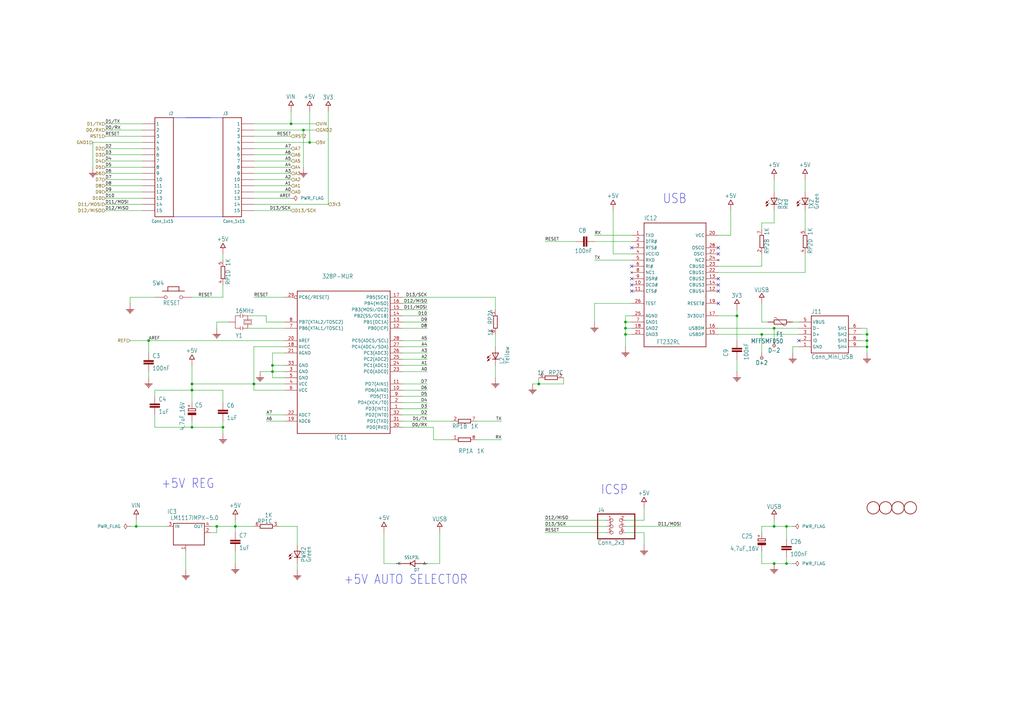
<source format=kicad_sch>
(kicad_sch (version 20231120) (generator "eeschema") (generator_version "8.0")
  (paper "A3")
  (title_block (title "NanoV3.3") (date "2019/1/23 22:50") (company "Arturo Guadalupi"))
  (lib_symbols
    (symbol "Fiducial_1"
      (symbol "Fiducial_1_1_1"
        (pin no_connect line (at 0 0 180) (length 0) hide (name "") (number "1"))
      )
    )
    (symbol "Fiducial_2"
      (symbol "Fiducial_2_1_1"
        (pin no_connect line (at 0 0 180) (length 0) hide (name "") (number "1"))
      )
    )
    (symbol "Fiducial_3"
      (symbol "Fiducial_3_1_1"
        (pin no_connect line (at 0 0 180) (length 0) hide (name "") (number "1"))
      )
    )
    (symbol "NanoV3.3:+5V" (power)
      (property "Value" "+5V" (at -2.54 2.54 0))
      (symbol "+5V_1_0"
        (pin power_in line (at 0 -2.54 90) (length 2.54) (name "+5V") (number "1"))
      )
    )
    (symbol "NanoV3.3:3V3" (power)
      (property "Value" "3V3" (at -2.286 2.286 0))
      (symbol "3V3_1_0"
        (pin power_in line (at 0 -2.54 90) (length 2.54) (name "3V3") (number "1"))
      )
    )
    (symbol "NanoV3.3:ATmega328P-VQFN"
      (property "Reference" "IC" (at -17.78 -40.64 0))
      (property "Value" "ATmega328P-VQFN" (at -5.08 30.48 0))
      (symbol "ATmega328P-VQFN_1_0"
        (pin bidirectional line (at 25.4 -20.32 180) (length 5.08) (name "PD3(INT1)") (number "1"))
        (pin bidirectional line (at 25.4 -12.7 180) (length 5.08) (name "PD6(AIN0)") (number "10"))
        (pin bidirectional line (at 25.4 -10.16 180) (length 5.08) (name "PD7(AIN1)") (number "11"))
        (pin bidirectional line (at 25.4 12.7 180) (length 5.08) (name "PB0(ICP)") (number "12"))
        (pin bidirectional line (at 25.4 15.24 180) (length 5.08) (name "PB1(OC1A)") (number "13"))
        (pin bidirectional line (at 25.4 17.78 180) (length 5.08) (name "PB2(SS/OC1B)") (number "14"))
        (pin bidirectional line (at 25.4 20.32 180) (length 5.08) (name "PB3(MOSI/OC2)") (number "15"))
        (pin bidirectional line (at 25.4 22.86 180) (length 5.08) (name "PB4(MISO)") (number "16"))
        (pin bidirectional line (at 25.4 25.4 180) (length 5.08) (name "PB5(SCK)") (number "17"))
        (pin power_in line (at -22.86 5.08 0) (length 5.08) (name "AVCC") (number "18"))
        (pin bidirectional line (at -22.86 -25.4 0) (length 5.08) (name "ADC6") (number "19"))
        (pin bidirectional line (at 25.4 -17.78 180) (length 5.08) (name "PD4(XCK/T0)") (number "2"))
        (pin power_in line (at -22.86 7.62 0) (length 5.08) (name "AREF") (number "20"))
        (pin power_in line (at -22.86 2.54 0) (length 5.08) (name "AGND") (number "21"))
        (pin bidirectional line (at -22.86 -22.86 0) (length 5.08) (name "ADC7") (number "22"))
        (pin bidirectional line (at 25.4 -5.08 180) (length 5.08) (name "PC0(ADC0)") (number "23"))
        (pin bidirectional line (at 25.4 -2.54 180) (length 5.08) (name "PC1(ADC1)") (number "24"))
        (pin bidirectional line (at 25.4 0 180) (length 5.08) (name "PC2(ADC2)") (number "25"))
        (pin bidirectional line (at 25.4 2.54 180) (length 5.08) (name "PC3(ADC3)") (number "26"))
        (pin bidirectional line (at 25.4 5.08 180) (length 5.08) (name "PC4(ADC4/SDA)") (number "27"))
        (pin bidirectional line (at 25.4 7.62 180) (length 5.08) (name "PC5(ADC5/SCL)") (number "28"))
        (pin bidirectional inverted (at -22.86 25.4 0) (length 5.08) (name "PC6(/RESET)") (number "29"))
        (pin power_in line (at -22.86 -5.08 0) (length 5.08) (name "GND") (number "3"))
        (pin bidirectional line (at 25.4 -27.94 180) (length 5.08) (name "PD0(RXD)") (number "30"))
        (pin bidirectional line (at 25.4 -25.4 180) (length 5.08) (name "PD1(TXD)") (number "31"))
        (pin bidirectional line (at 25.4 -22.86 180) (length 5.08) (name "PD2(INT0)") (number "32"))
        (pin power_in line (at -22.86 -2.54 0) (length 5.08) (name "GND") (number "33"))
        (pin power_in line (at -22.86 -10.16 0) (length 5.08) (name "VCC") (number "4"))
        (pin power_in line (at -22.86 -7.62 0) (length 5.08) (name "GND") (number "5"))
        (pin power_in line (at -22.86 -12.7 0) (length 5.08) (name "VCC") (number "6"))
        (pin bidirectional line (at -22.86 12.7 0) (length 5.08) (name "PB6(XTAL1/TOSC1)") (number "7"))
        (pin bidirectional line (at -22.86 15.24 0) (length 5.08) (name "PB7(XTAL2/TOSC2)") (number "8"))
        (pin bidirectional line (at 25.4 -15.24 180) (length 5.08) (name "PD5(T1)") (number "9"))
      )
    )
    (symbol "NanoV3.3:Button"
      (property "Reference" "SW" (at -8.636 4.826 0))
      (property "Value" "Button" (at -4.318 -3.302 0))
      (symbol "Button_1_0"
        (pin passive inverted (at -7.62 0 0) (length 5.08) (name "1") (number "1"))
        (pin passive inverted (at 7.62 0 180) (length 5.08) (name "2") (number "2"))
      )
    )
    (symbol "NanoV3.3:C"
      (property "Reference" "C" (at 1.524 0.381 0))
      (property "Value" "C" (at 1.524 -4.699 0))
      (symbol "C_1_0"
        (pin passive line (at 0 2.54 270) (length 2.54) (name "1") (number "1"))
        (pin passive line (at 0 -5.08 90) (length 2.54) (name "2") (number "2"))
      )
    )
    (symbol "NanoV3.3:COM" (power)
      (symbol "COM_1_0"
        (pin power_in line (at 0 2.54 270) (length 2.54) (name "COM") (number "1"))
      )
    )
    (symbol "NanoV3.3:C_Polarized"
      (property "Reference" "C" (at 1.143 0.4826 0))
      (property "Value" "C_Polarized" (at 1.143 -4.5974 0))
      (symbol "C_Polarized_1_0"
        (text "+" (at -0.5842 0.4064 900) (effects (font (size 1.27 1.0795)) (justify left bottom)))
        (pin passive line (at 0 2.54 270) (length 2.54) (name "+") (number "1"))
        (pin passive line (at 0 -5.08 90) (length 2.54) (name "-") (number "2"))
      )
    )
    (symbol "NanoV3.3:Conn_1x15"
      (property "Reference" "J" (at -2.54 21.336 0))
      (property "Value" "Conn_1x15" (at -2.54 -22.86 0))
      (symbol "Conn_1x15_1_0"
        (pin passive line (at 10.16 17.78 180) (length 5.08) (name "1") (number "1"))
        (pin passive line (at 10.16 -5.08 180) (length 5.08) (name "10") (number "10"))
        (pin passive line (at 10.16 -7.62 180) (length 5.08) (name "11") (number "11"))
        (pin passive line (at 10.16 -10.16 180) (length 5.08) (name "12") (number "12"))
        (pin passive line (at 10.16 -12.7 180) (length 5.08) (name "13") (number "13"))
        (pin passive line (at 10.16 -15.24 180) (length 5.08) (name "14") (number "14"))
        (pin passive line (at 10.16 -17.78 180) (length 5.08) (name "15") (number "15"))
        (pin passive line (at 10.16 15.24 180) (length 5.08) (name "2") (number "2"))
        (pin passive line (at 10.16 12.7 180) (length 5.08) (name "3") (number "3"))
        (pin passive line (at 10.16 10.16 180) (length 5.08) (name "4") (number "4"))
        (pin passive line (at 10.16 7.62 180) (length 5.08) (name "5") (number "5"))
        (pin passive line (at 10.16 5.08 180) (length 5.08) (name "6") (number "6"))
        (pin passive line (at 10.16 2.54 180) (length 5.08) (name "7") (number "7"))
        (pin passive line (at 10.16 0 180) (length 5.08) (name "8") (number "8"))
        (pin passive line (at 10.16 -2.54 180) (length 5.08) (name "9") (number "9"))
      )
    )
    (symbol "NanoV3.3:Conn_2x3"
      (property "Reference" "J" (at -6.35 5.715 0))
      (property "Value" "Conn_2x3" (at -6.35 -7.62 0))
      (symbol "Conn_2x3_1_0"
        (pin passive inverted (at -2.54 2.54 0) (length 2.54) (name "1") (number "1"))
        (pin passive inverted (at 5.08 2.54 180) (length 2.54) (name "2") (number "2"))
        (pin passive inverted (at -2.54 0 0) (length 2.54) (name "3") (number "3"))
        (pin passive inverted (at 5.08 0 180) (length 2.54) (name "4") (number "4"))
        (pin passive inverted (at -2.54 -2.54 0) (length 2.54) (name "5") (number "5"))
        (pin passive inverted (at 5.08 -2.54 180) (length 2.54) (name "6") (number "6"))
      )
    )
    (symbol "NanoV3.3:Conn_Mini_USB"
      (property "Reference" "J" (at -7.62 8.382 0))
      (property "Value" "Conn_Mini_USB" (at -7.62 -10.16 0))
      (symbol "Conn_Mini_USB_1_0"
        (pin passive line (at -12.7 -5.08 0) (length 5.08) (name "GND") (number "1"))
        (pin bidirectional line (at -12.7 -2.54 0) (length 5.08) (name "ID") (number "2"))
        (pin bidirectional line (at -12.7 0 0) (length 5.08) (name "D+") (number "3"))
        (pin bidirectional line (at -12.7 2.54 0) (length 5.08) (name "D-") (number "4"))
        (pin passive line (at -12.7 5.08 0) (length 5.08) (name "VBUS") (number "5"))
        (pin passive line (at 12.7 2.54 180) (length 5.08) (name "SH1") (number "6"))
        (pin passive line (at 12.7 0 180) (length 5.08) (name "SH2") (number "7"))
        (pin passive line (at 12.7 -2.54 180) (length 5.08) (name "SH3") (number "8"))
        (pin passive line (at 12.7 -5.08 180) (length 5.08) (name "SH4") (number "9"))
      )
    )
    (symbol "NanoV3.3:D"
      (property "Reference" "D" (at -1.905 1.905 0))
      (property "Value" "D" (at -1.905 -3.175 0))
      (symbol "D_1_0"
        (pin passive line (at 7.62 0 180) (length 0) (name "K") (number "1"))
        (pin passive line (at -5.08 0 0) (length 0) (name "A") (number "2"))
      )
    )
    (symbol "NanoV3.3:FT232R"
      (property "Reference" "IC" (at -12.7 26.416 0))
      (property "Value" "FT232R" (at -7.62 -24.384 0))
      (symbol "FT232R_1_0"
        (pin output line (at -17.78 20.32 0) (length 5.08) (name "TXD") (number "1"))
        (pin bidirectional line (at -17.78 0 0) (length 5.08) (name "DCD#") (number "10"))
        (pin bidirectional line (at -17.78 -2.54 0) (length 5.08) (name "CTS#") (number "11"))
        (pin bidirectional line (at 17.78 -2.54 180) (length 5.08) (name "CBUS4") (number "12"))
        (pin bidirectional line (at 17.78 2.54 180) (length 5.08) (name "CBUS2") (number "13"))
        (pin bidirectional line (at 17.78 0 180) (length 5.08) (name "CBUS3") (number "14"))
        (pin bidirectional line (at 17.78 -20.32 180) (length 5.08) (name "USBDP") (number "15"))
        (pin bidirectional line (at 17.78 -17.78 180) (length 5.08) (name "USBDM") (number "16"))
        (pin power_out line (at 17.78 -12.7 180) (length 5.08) (name "3V3OUT") (number "17"))
        (pin power_in line (at -17.78 -17.78 0) (length 5.08) (name "GND2") (number "18"))
        (pin bidirectional line (at 17.78 -7.62 180) (length 5.08) (name "RESET#") (number "19"))
        (pin output line (at -17.78 17.78 0) (length 5.08) (name "DTR#") (number "2"))
        (pin power_in line (at 17.78 20.32 180) (length 5.08) (name "VCC") (number "20"))
        (pin power_in line (at -17.78 -20.32 0) (length 5.08) (name "GND3") (number "21"))
        (pin bidirectional line (at 17.78 5.08 180) (length 5.08) (name "CBUS1") (number "22"))
        (pin bidirectional line (at 17.78 7.62 180) (length 5.08) (name "CBUS0") (number "23"))
        (pin no_connect line (at 17.78 10.16 180) (length 5.08) (name "NC2") (number "24"))
        (pin power_in line (at -17.78 -12.7 0) (length 5.08) (name "AGND") (number "25"))
        (pin input line (at -17.78 -7.62 0) (length 5.08) (name "TEST") (number "26"))
        (pin bidirectional line (at 17.78 12.7 180) (length 5.08) (name "OSCI") (number "27"))
        (pin output line (at 17.78 15.24 180) (length 5.08) (name "OSCO") (number "28"))
        (pin output line (at -17.78 15.24 0) (length 5.08) (name "RTS#") (number "3"))
        (pin power_in line (at -17.78 12.7 0) (length 5.08) (name "VCCIO") (number "4"))
        (pin input line (at -17.78 10.16 0) (length 5.08) (name "RXD") (number "5"))
        (pin bidirectional line (at -17.78 7.62 0) (length 5.08) (name "RI#") (number "6"))
        (pin power_in line (at -17.78 -15.24 0) (length 5.08) (name "GND1") (number "7"))
        (pin no_connect line (at -17.78 5.08 0) (length 5.08) (name "NC1") (number "8"))
        (pin bidirectional line (at -17.78 2.54 0) (length 5.08) (name "DSR#") (number "9"))
      )
    )
    (symbol "NanoV3.3:Fiducial"
      (symbol "Fiducial_1_1"
        (pin no_connect line (at 0 0 180) (length 0) hide (name "") (number "1"))
      )
    )
    (symbol "NanoV3.3:LED"
      (property "Reference" "LED" (at 3.556 -4.572 90))
      (property "Value" "LED" (at 5.715 -4.572 90))
      (symbol "LED_1_0"
        (pin passive line (at 0 2.54 270) (length 2.54) (name "") (number "1"))
        (pin passive line (at 0 -5.08 90) (length 2.54) (name "") (number "2"))
      )
    )
    (symbol "NanoV3.3:LM1117"
      (property "Reference" "IC" (at -5.08 7.62 0))
      (property "Value" "LM1117" (at 3.81 -5.08 0))
      (symbol "LM1117_1_0"
        (pin input line (at 0 -5.08 90) (length 2.54) (name "GND/ADJ") (number "1"))
        (pin passive line (at 10.16 2.54 180) (length 2.54) (name "") (number "2"))
        (pin power_in line (at -7.62 5.08 0) (length 2.54) (name "IN") (number "3"))
        (pin power_out line (at 10.16 5.08 180) (length 2.54) (name "OUT") (number "4"))
      )
    )
    (symbol "NanoV3.3:Polyfuse"
      (property "Reference" "F" (at 2.54 0.2286 0))
      (property "Value" "Polyfuse" (at 2.54 -1.905 0))
      (symbol "Polyfuse_1_0"
        (pin passive line (at 0 -5.08 90) (length 2.54) (name "1") (number "1"))
        (pin passive line (at 0 5.08 270) (length 2.54) (name "2") (number "2"))
      )
    )
    (symbol "NanoV3.3:R_Pack4_Split"
      (property "Reference" "RP" (at -5.08 -3.048 0))
      (property "Value" "R_Pack4_Split" (at 2.54 -3.048 0))
      (symbol "R_Pack4_Split_1_0"
        (pin passive line (at -5.08 0 0) (length 2.54) (name "1") (number "1"))
        (pin passive line (at 5.08 0 180) (length 2.54) (name "2") (number "8"))
      )
      (symbol "R_Pack4_Split_2_0"
        (pin passive line (at -5.08 0 0) (length 2.54) (name "1") (number "2"))
        (pin passive line (at 5.08 0 180) (length 2.54) (name "2") (number "7"))
      )
      (symbol "R_Pack4_Split_3_0"
        (pin passive line (at -5.08 0 0) (length 2.54) (name "1") (number "3"))
        (pin passive line (at 5.08 0 180) (length 2.54) (name "2") (number "6"))
      )
      (symbol "R_Pack4_Split_4_0"
        (pin passive line (at -5.08 0 0) (length 2.54) (name "1") (number "4"))
        (pin passive line (at 5.08 0 180) (length 2.54) (name "2") (number "5"))
      )
    )
    (symbol "NanoV3.3:Resonator"
      (property "Reference" "Y" (at -5.08 4.572 0))
      (property "Value" "Resonator" (at -5.08 -5.588 0))
      (symbol "Resonator_1_0"
        (pin passive line (at 0 2.54 180) (length 0) (name "1") (number "1"))
        (pin passive line (at -7.62 0 0) (length 0) (name "2") (number "2"))
        (pin passive line (at 0 -2.54 180) (length 0) (name "3") (number "3"))
      )
    )
    (symbol "NanoV3.3:TestPoint"
      (property "Reference" "TP" (at 0 0.508 0))
      (symbol "TestPoint_1_0"
        (pin passive line (at 0 -2.54 90) (length 0) (name "P$1") (number "X"))
      )
    )
    (symbol "NanoV3.3:VIN" (power)
      (property "Value" "VIN" (at -2.032 2.54 0))
      (symbol "VIN_1_0"
        (pin power_in line (at 0 -2.54 90) (length 2.54) (name "VIN") (number "1"))
      )
    )
    (symbol "NanoV3.3:VUSB" (power)
      (property "Value" "VUSB" (at -3.048 2.032 0))
      (symbol "VUSB_1_0"
        (pin power_in line (at 0 -2.54 90) (length 2.54) (name "VUSB") (number "1"))
      )
    )
    (symbol "power:PWR_FLAG" (power) (pin_numbers hide) (pin_names (offset 0) hide)
      (property "Value" "PWR_FLAG" (at 0 3.81 0))
      (symbol "PWR_FLAG_0_0"
        (pin power_out line (at 0 0 90) (length 0) (name "pwr") (number "1"))
      )
    )
  )
  (junction (at 124.46 53.34))
  (junction (at 256.54 132.08))
  (junction (at 111.76 149.86))
  (junction (at 111.76 152.4))
  (junction (at 78.74 160.02))
  (junction (at 317.5 215.9))
  (junction (at 60.96 139.7))
  (junction (at 355.6 139.7))
  (junction (at 91.44 175.26))
  (junction (at 119.38 50.8))
  (junction (at 322.58 215.9))
  (junction (at 78.74 175.26))
  (junction (at 317.5 231.14))
  (junction (at 256.54 134.62))
  (junction (at 96.52 215.9))
  (junction (at 88.9 215.9))
  (junction (at 302.26 129.54))
  (junction (at 312.42 137.16))
  (junction (at 104.14 157.48))
  (junction (at 127 58.42))
  (junction (at 317.5 134.62))
  (junction (at 220.98 157.48))
  (junction (at 256.54 137.16))
  (junction (at 78.74 157.48))
  (junction (at 322.58 231.14))
  (junction (at 355.6 137.16))
  (junction (at 355.6 142.24))
  (junction (at 55.88 215.9))
  (no_connect (at 259.08 119.38))
  (no_connect (at 259.08 116.84))
  (no_connect (at 259.08 114.3))
  (no_connect (at 294.64 124.46))
  (no_connect (at 294.64 116.84))
  (no_connect (at 294.64 101.6))
  (no_connect (at 294.64 114.3))
  (no_connect (at 294.64 104.14))
  (no_connect (at 294.64 119.38))
  (no_connect (at 327.66 139.7))
  (no_connect (at 259.08 101.6))
  (no_connect (at 259.08 109.22))
  (wire (pts (xy 78.74 165.1) (xy 78.74 160.02)))
  (wire (pts (xy 121.92 233.68) (xy 121.92 231.14)))
  (wire (pts (xy 55.88 215.9) (xy 68.58 215.9)))
  (wire (pts (xy 312.42 231.14) (xy 317.5 231.14)))
  (wire (pts (xy 116.84 144.78) (xy 111.76 144.78)))
  (wire (pts (xy 327.66 142.24) (xy 325.12 142.24)))
  (wire (pts (xy 256.54 129.54) (xy 256.54 132.08)))
  (wire (pts (xy 43.18 63.5) (xy 58.42 63.5)))
  (wire (pts (xy 330.2 93.98) (xy 330.2 86.36)))
  (wire (pts (xy 353.06 137.16) (xy 355.6 137.16)))
  (wire (pts (xy 104.14 86.36) (xy 119.38 86.36)))
  (wire (pts (xy 317.5 139.7) (xy 317.5 134.62)))
  (wire (pts (xy 104.14 50.8) (xy 119.38 50.8)))
  (wire (pts (xy 91.44 106.68) (xy 91.44 104.14)))
  (wire (pts (xy 177.8 180.34) (xy 185.42 180.34)))
  (wire (pts (xy 124.46 53.34) (xy 124.46 68.58)))
  (wire (pts (xy 78.74 160.02) (xy 78.74 157.48)))
  (wire (pts (xy 116.84 172.72) (xy 109.22 172.72)))
  (wire (pts (xy 165.1 132.08) (xy 175.26 132.08)))
  (wire (pts (xy 58.42 73.66) (xy 43.18 73.66)))
  (wire (pts (xy 104.14 71.12) (xy 119.38 71.12)))
  (wire (pts (xy 165.1 160.02) (xy 175.26 160.02)))
  (wire (pts (xy 330.2 78.74) (xy 330.2 73.66)))
  (wire (pts (xy 78.74 157.48) (xy 78.74 149.86)))
  (wire (pts (xy 63.5 160.02) (xy 63.5 162.56)))
  (wire (pts (xy 116.84 157.48) (xy 104.14 157.48)))
  (wire (pts (xy 259.08 137.16) (xy 256.54 137.16)))
  (wire (pts (xy 109.22 129.54) (xy 101.6 129.54)))
  (wire (pts (xy 43.18 50.8) (xy 58.42 50.8)))
  (wire (pts (xy 312.42 144.78) (xy 312.42 137.16)))
  (wire (pts (xy 104.14 60.96) (xy 119.38 60.96)))
  (wire (pts (xy 312.42 124.46) (xy 312.42 132.08)))
  (wire (pts (xy 165.1 142.24) (xy 175.26 142.24)))
  (wire (pts (xy 111.76 149.86) (xy 116.84 149.86)))
  (wire (pts (xy 96.52 218.44) (xy 96.52 215.9)))
  (wire (pts (xy 119.38 73.66) (xy 104.14 73.66)))
  (wire (pts (xy 355.6 139.7) (xy 355.6 142.24)))
  (wire (pts (xy 165.1 129.54) (xy 175.26 129.54)))
  (wire (pts (xy 104.14 81.28) (xy 119.38 81.28)))
  (wire (pts (xy 302.26 139.7) (xy 302.26 129.54)))
  (wire (pts (xy 104.14 142.24) (xy 104.14 157.48)))
  (wire (pts (xy 104.14 157.48) (xy 78.74 157.48)))
  (wire (pts (xy 165.1 152.4) (xy 175.26 152.4)))
  (polyline (pts (xy 76.2 48.26) (xy 86.36 48.26)))
  (polyline (pts (xy 86.36 48.26) (xy 76.2 48.26)))
  (wire (pts (xy 317.5 215.9) (xy 322.58 215.9)))
  (wire (pts (xy 251.46 104.14) (xy 251.46 86.36)))
  (wire (pts (xy 116.84 160.02) (xy 104.14 160.02)))
  (wire (pts (xy 53.34 121.92) (xy 53.34 124.46)))
  (wire (pts (xy 111.76 149.86) (xy 111.76 152.4)))
  (wire (pts (xy 116.84 121.92) (xy 104.14 121.92)))
  (wire (pts (xy 104.14 55.88) (xy 119.38 55.88)))
  (wire (pts (xy 55.88 213.36) (xy 55.88 215.9)))
  (wire (pts (xy 256.54 134.62) (xy 256.54 137.16)))
  (wire (pts (xy 165.1 149.86) (xy 175.26 149.86)))
  (wire (pts (xy 60.96 139.7) (xy 60.96 144.78)))
  (wire (pts (xy 127 58.42) (xy 127 45.72)))
  (wire (pts (xy 203.2 137.16) (xy 203.2 142.24)))
  (wire (pts (xy 203.2 127) (xy 203.2 121.92)))
  (wire (pts (xy 43.18 76.2) (xy 58.42 76.2)))
  (wire (pts (xy 91.44 175.26) (xy 91.44 177.8)))
  (wire (pts (xy 93.98 132.08) (xy 88.9 132.08)))
  (wire (pts (xy 116.84 170.18) (xy 109.22 170.18)))
  (wire (pts (xy 294.64 111.76) (xy 330.2 111.76)))
  (wire (pts (xy 312.42 218.44) (xy 312.42 215.9)))
  (wire (pts (xy 294.64 137.16) (xy 312.42 137.16)))
  (wire (pts (xy 223.52 213.36) (xy 248.92 213.36)))
  (wire (pts (xy 111.76 152.4) (xy 116.84 152.4)))
  (wire (pts (xy 157.48 231.14) (xy 157.48 218.44)))
  (wire (pts (xy 165.1 147.32) (xy 175.26 147.32)))
  (wire (pts (xy 264.16 218.44) (xy 264.16 223.52)))
  (wire (pts (xy 317.5 134.62) (xy 327.66 134.62)))
  (wire (pts (xy 312.42 91.44) (xy 317.5 91.44)))
  (wire (pts (xy 165.1 127) (xy 175.26 127)))
  (wire (pts (xy 259.08 129.54) (xy 256.54 129.54)))
  (wire (pts (xy 243.84 124.46) (xy 243.84 132.08)))
  (wire (pts (xy 91.44 172.72) (xy 91.44 175.26)))
  (wire (pts (xy 218.44 157.48) (xy 220.98 157.48)))
  (wire (pts (xy 180.34 231.14) (xy 175.26 231.14)))
  (wire (pts (xy 116.84 142.24) (xy 104.14 142.24)))
  (wire (pts (xy 111.76 154.94) (xy 111.76 152.4)))
  (wire (pts (xy 104.14 215.9) (xy 96.52 215.9)))
  (wire (pts (xy 43.18 68.58) (xy 58.42 68.58)))
  (wire (pts (xy 165.1 170.18) (xy 175.26 170.18)))
  (wire (pts (xy 165.1 162.56) (xy 175.26 162.56)))
  (wire (pts (xy 353.06 142.24) (xy 355.6 142.24)))
  (wire (pts (xy 76.2 233.68) (xy 76.2 226.06)))
  (wire (pts (xy 43.18 66.04) (xy 58.42 66.04)))
  (wire (pts (xy 43.18 60.96) (xy 58.42 60.96)))
  (wire (pts (xy 91.44 165.1) (xy 91.44 160.02)))
  (wire (pts (xy 53.34 215.9) (xy 55.88 215.9)))
  (wire (pts (xy 355.6 134.62) (xy 355.6 137.16)))
  (wire (pts (xy 157.48 231.14) (xy 162.56 231.14)))
  (wire (pts (xy 317.5 78.74) (xy 317.5 73.66)))
  (polyline (pts (xy 71.12 48.26) (xy 76.2 48.26)))
  (wire (pts (xy 43.18 81.28) (xy 58.42 81.28)))
  (wire (pts (xy 60.96 139.7) (xy 116.84 139.7)))
  (wire (pts (xy 259.08 124.46) (xy 243.84 124.46)))
  (wire (pts (xy 104.14 66.04) (xy 119.38 66.04)))
  (wire (pts (xy 96.52 215.9) (xy 96.52 213.36)))
  (wire (pts (xy 119.38 50.8) (xy 119.38 45.72)))
  (wire (pts (xy 220.98 157.48) (xy 231.14 157.48)))
  (wire (pts (xy 86.36 218.44) (xy 88.9 218.44)))
  (wire (pts (xy 124.46 53.34) (xy 129.54 53.34)))
  (wire (pts (xy 259.08 104.14) (xy 251.46 104.14)))
  (wire (pts (xy 355.6 142.24) (xy 355.6 144.78)))
  (wire (pts (xy 165.1 175.26) (xy 177.8 175.26)))
  (wire (pts (xy 43.18 71.12) (xy 58.42 71.12)))
  (wire (pts (xy 256.54 218.44) (xy 264.16 218.44)))
  (wire (pts (xy 78.74 160.02) (xy 63.5 160.02)))
  (wire (pts (xy 322.58 231.14) (xy 317.5 231.14)))
  (wire (pts (xy 325.12 132.08) (xy 327.66 132.08)))
  (wire (pts (xy 165.1 121.92) (xy 203.2 121.92)))
  (wire (pts (xy 322.58 228.6) (xy 322.58 231.14)))
  (wire (pts (xy 243.84 96.52) (xy 259.08 96.52)))
  (wire (pts (xy 259.08 132.08) (xy 256.54 132.08)))
  (wire (pts (xy 294.64 109.22) (xy 312.42 109.22)))
  (wire (pts (xy 243.84 106.68) (xy 259.08 106.68)))
  (wire (pts (xy 91.44 160.02) (xy 78.74 160.02)))
  (wire (pts (xy 38.1 58.42) (xy 38.1 68.58)))
  (wire (pts (xy 104.14 78.74) (xy 119.38 78.74)))
  (wire (pts (xy 256.54 213.36) (xy 264.16 213.36)))
  (wire (pts (xy 317.5 213.36) (xy 317.5 215.9)))
  (wire (pts (xy 312.42 93.98) (xy 312.42 91.44)))
  (wire (pts (xy 78.74 121.92) (xy 91.44 121.92)))
  (wire (pts (xy 203.2 149.86) (xy 203.2 154.94)))
  (wire (pts (xy 165.1 165.1) (xy 175.26 165.1)))
  (wire (pts (xy 355.6 137.16) (xy 355.6 139.7)))
  (wire (pts (xy 111.76 152.4) (xy 106.68 152.4)))
  (wire (pts (xy 104.14 53.34) (xy 124.46 53.34)))
  (wire (pts (xy 43.18 55.88) (xy 58.42 55.88)))
  (wire (pts (xy 165.1 144.78) (xy 175.26 144.78)))
  (wire (pts (xy 312.42 226.06) (xy 312.42 231.14)))
  (wire (pts (xy 312.42 132.08) (xy 314.96 132.08)))
  (wire (pts (xy 119.38 50.8) (xy 129.54 50.8)))
  (wire (pts (xy 312.42 215.9) (xy 317.5 215.9)))
  (wire (pts (xy 330.2 111.76) (xy 330.2 104.14)))
  (wire (pts (xy 165.1 124.46) (xy 175.26 124.46)))
  (wire (pts (xy 279.4 215.9) (xy 256.54 215.9)))
  (wire (pts (xy 63.5 121.92) (xy 53.34 121.92)))
  (wire (pts (xy 114.3 215.9) (xy 121.92 215.9)))
  (wire (pts (xy 312.42 104.14) (xy 312.42 109.22)))
  (wire (pts (xy 43.18 86.36) (xy 58.42 86.36)))
  (wire (pts (xy 88.9 215.9) (xy 86.36 215.9)))
  (wire (pts (xy 109.22 132.08) (xy 109.22 129.54)))
  (wire (pts (xy 111.76 144.78) (xy 111.76 149.86)))
  (wire (pts (xy 165.1 134.62) (xy 175.26 134.62)))
  (wire (pts (xy 63.5 175.26) (xy 63.5 170.18)))
  (wire (pts (xy 165.1 167.64) (xy 175.26 167.64)))
  (wire (pts (xy 259.08 134.62) (xy 256.54 134.62)))
  (wire (pts (xy 88.9 215.9) (xy 96.52 215.9)))
  (wire (pts (xy 294.64 96.52) (xy 299.72 96.52)))
  (wire (pts (xy 127 58.42) (xy 129.54 58.42)))
  (wire (pts (xy 256.54 137.16) (xy 256.54 142.24)))
  (wire (pts (xy 104.14 68.58) (xy 119.38 68.58)))
  (wire (pts (xy 116.84 154.94) (xy 111.76 154.94)))
  (wire (pts (xy 195.58 172.72) (xy 205.74 172.72)))
  (wire (pts (xy 312.42 137.16) (xy 327.66 137.16)))
  (wire (pts (xy 299.72 96.52) (xy 299.72 86.36)))
  (wire (pts (xy 223.52 215.9) (xy 248.92 215.9)))
  (wire (pts (xy 180.34 218.44) (xy 180.34 231.14)))
  (wire (pts (xy 294.64 134.62) (xy 317.5 134.62)))
  (wire (pts (xy 38.1 58.42) (xy 58.42 58.42)))
  (wire (pts (xy 78.74 175.26) (xy 91.44 175.26)))
  (wire (pts (xy 177.8 175.26) (xy 177.8 180.34)))
  (wire (pts (xy 43.18 78.74) (xy 58.42 78.74)))
  (wire (pts (xy 104.14 58.42) (xy 127 58.42)))
  (wire (pts (xy 78.74 172.72) (xy 78.74 175.26)))
  (wire (pts (xy 165.1 157.48) (xy 175.26 157.48)))
  (wire (pts (xy 43.18 53.34) (xy 58.42 53.34)))
  (wire (pts (xy 302.26 129.54) (xy 302.26 127)))
  (wire (pts (xy 220.98 154.94) (xy 220.98 157.48)))
  (wire (pts (xy 322.58 215.9) (xy 325.12 215.9)))
  (wire (pts (xy 256.54 132.08) (xy 256.54 134.62)))
  (wire (pts (xy 43.18 83.82) (xy 58.42 83.82)))
  (wire (pts (xy 223.52 99.06) (xy 236.22 99.06)))
  (wire (pts (xy 243.84 99.06) (xy 259.08 99.06)))
  (wire (pts (xy 302.26 147.32) (xy 302.26 152.4)))
  (wire (pts (xy 96.52 231.14) (xy 96.52 226.06)))
  (wire (pts (xy 322.58 231.14) (xy 325.12 231.14)))
  (wire (pts (xy 104.14 76.2) (xy 119.38 76.2)))
  (wire (pts (xy 104.14 160.02) (xy 104.14 157.48)))
  (wire (pts (xy 223.52 218.44) (xy 248.92 218.44)))
  (wire (pts (xy 104.14 83.82) (xy 134.62 83.82)))
  (wire (pts (xy 231.14 157.48) (xy 231.14 154.94)))
  (wire (pts (xy 88.9 132.08) (xy 88.9 134.62)))
  (wire (pts (xy 165.1 139.7) (xy 175.26 139.7)))
  (polyline (pts (xy 86.36 48.26) (xy 91.44 48.26)))
  (wire (pts (xy 325.12 142.24) (xy 325.12 144.78)))
  (wire (pts (xy 134.62 83.82) (xy 134.62 45.72)))
  (polyline (pts (xy 71.12 88.9) (xy 91.44 88.9)))
  (wire (pts (xy 116.84 132.08) (xy 109.22 132.08)))
  (wire (pts (xy 88.9 218.44) (xy 88.9 215.9)))
  (wire (pts (xy 195.58 180.34) (xy 205.74 180.34)))
  (wire (pts (xy 353.06 139.7) (xy 355.6 139.7)))
  (wire (pts (xy 353.06 134.62) (xy 355.6 134.62)))
  (wire (pts (xy 104.14 63.5) (xy 119.38 63.5)))
  (wire (pts (xy 294.64 129.54) (xy 302.26 129.54)))
  (wire (pts (xy 91.44 116.84) (xy 91.44 121.92)))
  (wire (pts (xy 165.1 172.72) (xy 185.42 172.72)))
  (wire (pts (xy 322.58 215.9) (xy 322.58 220.98)))
  (wire (pts (xy 53.34 139.7) (xy 60.96 139.7)))
  (wire (pts (xy 121.92 215.9) (xy 121.92 223.52)))
  (wire (pts (xy 78.74 175.26) (xy 63.5 175.26)))
  (wire (pts (xy 264.16 213.36) (xy 264.16 208.28)))
  (wire (pts (xy 60.96 152.4) (xy 60.96 154.94)))
  (wire (pts (xy 101.6 134.62) (xy 116.84 134.62)))
  (wire (pts (xy 317.5 91.44) (xy 317.5 86.36)))
  (text "+5V REG" (at 66.04 200.66 0) (effects (font (size 3.81 3.2385)) (justify left bottom)))
  (text "+5V AUTO SELECTOR" (at 140.97 240.03 0) (effects (font (size 3.81 3.2385)) (justify left bottom)))
  (text "ICSP" (at 246.38 203.2 0) (effects (font (size 3.81 3.2385)) (justify left bottom)))
  (text "USB" (at 271.78 83.82 0) (effects (font (size 3.81 3.2385)) (justify left bottom)))
  (label "D2" (at 175.26 170.18 180) (effects (font (size 1.2446 1.2446))))
  (label "D8" (at 43.18 76.2 0) (effects (font (size 1.2446 1.2446))))
  (label "D4" (at 175.26 165.1 180) (effects (font (size 1.2446 1.2446))))
  (label "RESET" (at 81.28 121.92 0) (effects (font (size 1.2446 1.2446))))
  (label "D1/TX" (at 43.18 50.8 0) (effects (font (size 1.2446 1.2446))))
  (label "A2" (at 175.26 147.32 180) (effects (font (size 1.2446 1.2446))))
  (label "RESET" (at 223.52 99.06 0) (effects (font (size 1.2446 1.2446))))
  (label "A5" (at 175.26 139.7 180) (effects (font (size 1.2446 1.2446))))
  (label "TX" (at 243.84 106.68 0) (effects (font (size 1.2446 1.2446))))
  (label "RESET" (at 223.52 218.44 0) (effects (font (size 1.2446 1.2446))))
  (label "A4" (at 119.38 68.58 180) (effects (font (size 1.2446 1.2446))))
  (label "D7" (at 175.26 157.48 180) (effects (font (size 1.2446 1.2446))))
  (label "D4" (at 43.18 66.04 0) (effects (font (size 1.2446 1.2446))))
  (label "RESET" (at 119.38 55.88 180) (effects (font (size 1.2446 1.2446))))
  (label "A1" (at 119.38 76.2 180) (effects (font (size 1.2446 1.2446))))
  (label "D5" (at 43.18 68.58 0) (effects (font (size 1.2446 1.2446))))
  (label "D11/MOSI" (at 279.4 215.9 180) (effects (font (size 1.2446 1.2446))))
  (label "D12/MISO" (at 223.52 213.36 0) (effects (font (size 1.2446 1.2446))))
  (label "A3" (at 119.38 71.12 180) (effects (font (size 1.2446 1.2446))))
  (label "RESET" (at 43.18 55.88 0) (effects (font (size 1.2446 1.2446))))
  (label "A6" (at 119.38 63.5 180) (effects (font (size 1.2446 1.2446))))
  (label "TX" (at 205.74 172.72 180) (effects (font (size 1.2446 1.2446))))
  (label "RESET" (at 104.14 121.92 0) (effects (font (size 1.2446 1.2446))))
  (label "A5" (at 119.38 66.04 180) (effects (font (size 1.2446 1.2446))))
  (label "D10" (at 43.18 81.28 0) (effects (font (size 1.2446 1.2446))))
  (label "D13/SCK" (at 175.26 121.92 180) (effects (font (size 1.2446 1.2446))))
  (label "RX" (at 243.84 96.52 0) (effects (font (size 1.2446 1.2446))))
  (label "A0" (at 119.38 78.74 180) (effects (font (size 1.2446 1.2446))))
  (label "D5" (at 175.26 162.56 180) (effects (font (size 1.2446 1.2446))))
  (label "D12/MISO" (at 43.18 86.36 0) (effects (font (size 1.2446 1.2446))))
  (label "D9" (at 43.18 78.74 0) (effects (font (size 1.2446 1.2446))))
  (label "D8" (at 175.26 134.62 180) (effects (font (size 1.2446 1.2446))))
  (label "D0/RX" (at 43.18 53.34 0) (effects (font (size 1.2446 1.2446))))
  (label "D3" (at 43.18 63.5 0) (effects (font (size 1.2446 1.2446))))
  (label "A6" (at 109.22 172.72 0) (effects (font (size 1.2446 1.2446))))
  (label "D6" (at 43.18 71.12 0) (effects (font (size 1.2446 1.2446))))
  (label "AREF" (at 119.38 81.28 180) (effects (font (size 1.2446 1.2446))))
  (label "D2" (at 43.18 60.96 0) (effects (font (size 1.2446 1.2446))))
  (label "D1/TX" (at 175.26 172.72 180) (effects (font (size 1.2446 1.2446))))
  (label "A4" (at 175.26 142.24 180) (effects (font (size 1.2446 1.2446))))
  (label "AREF" (at 60.96 139.7 0) (effects (font (size 1.2446 1.2446))))
  (label "A2" (at 119.38 73.66 180) (effects (font (size 1.2446 1.2446))))
  (label "D11/MOSI" (at 43.18 83.82 0) (effects (font (size 1.2446 1.2446))))
  (label "A3" (at 175.26 144.78 180) (effects (font (size 1.2446 1.2446))))
  (label "A0" (at 175.26 152.4 180) (effects (font (size 1.2446 1.2446))))
  (label "D3" (at 175.26 167.64 180) (effects (font (size 1.2446 1.2446))))
  (label "A1" (at 175.26 149.86 180) (effects (font (size 1.2446 1.2446))))
  (label "D7" (at 43.18 73.66 0) (effects (font (size 1.2446 1.2446))))
  (label "A7" (at 109.22 170.18 0) (effects (font (size 1.2446 1.2446))))
  (label "D13/SCK" (at 119.38 86.36 180) (effects (font (size 1.2446 1.2446))))
  (label "D9" (at 175.26 132.08 180) (effects (font (size 1.2446 1.2446))))
  (label "A7" (at 119.38 60.96 180) (effects (font (size 1.2446 1.2446))))
  (label "D10" (at 175.26 129.54 180) (effects (font (size 1.2446 1.2446))))
  (label "D11/MOSI" (at 175.26 127 180) (effects (font (size 1.2446 1.2446))))
  (label "D0/RX" (at 175.26 175.26 180) (effects (font (size 1.2446 1.2446))))
  (label "D13/SCK" (at 223.52 215.9 0) (effects (font (size 1.2446 1.2446))))
  (label "D6" (at 175.26 160.02 180) (effects (font (size 1.2446 1.2446))))
  (label "RX" (at 205.74 180.34 180) (effects (font (size 1.2446 1.2446))))
  (label "D12/MISO" (at 175.26 124.46 180) (effects (font (size 1.2446 1.2446))))
  (hierarchical_label "D8" (shape input) (at 43.18 76.2 180))
  (hierarchical_label "D10" (shape input) (at 43.18 81.28 180))
  (hierarchical_label "VIN" (shape input) (at 129.54 50.8 0))
  (hierarchical_label "3V3" (shape input) (at 134.62 83.82 0))
  (hierarchical_label "A2" (shape input) (at 119.38 73.66 0))
  (hierarchical_label "A7" (shape input) (at 119.38 60.96 0))
  (hierarchical_label "D13{slash}SCK" (shape input) (at 119.38 86.36 0))
  (hierarchical_label "REF" (shape input) (at 53.34 139.7 180))
  (hierarchical_label "GND2" (shape input) (at 129.54 53.34 0))
  (hierarchical_label "A4" (shape input) (at 119.38 68.58 0))
  (hierarchical_label "A6" (shape input) (at 119.38 63.5 0))
  (hierarchical_label "D0{slash}RX" (shape input) (at 43.18 53.34 180))
  (hierarchical_label "D12{slash}MISO" (shape input) (at 43.18 86.36 180))
  (hierarchical_label "D5" (shape input) (at 43.18 68.58 180))
  (hierarchical_label "D9" (shape input) (at 43.18 78.74 180))
  (hierarchical_label "D1{slash}TX" (shape input) (at 43.18 50.8 180))
  (hierarchical_label "D2" (shape input) (at 43.18 60.96 180))
  (hierarchical_label "D7" (shape input) (at 43.18 73.66 180))
  (hierarchical_label "A0" (shape input) (at 119.38 78.74 0))
  (hierarchical_label "A3" (shape input) (at 119.38 71.12 0))
  (hierarchical_label "D4" (shape input) (at 43.18 66.04 180))
  (hierarchical_label "5V" (shape input) (at 129.54 58.42 0))
  (hierarchical_label "GND1" (shape input) (at 38.1 58.42 180))
  (hierarchical_label "D6" (shape input) (at 43.18 71.12 180))
  (hierarchical_label "D3" (shape input) (at 43.18 63.5 180))
  (hierarchical_label "RST2" (shape input) (at 119.38 55.88 0))
  (hierarchical_label "A1" (shape input) (at 119.38 76.2 0))
  (hierarchical_label "RST1" (shape input) (at 43.18 55.88 180))
  (hierarchical_label "D11{slash}MOSI" (shape input) (at 43.18 83.82 180))
  (hierarchical_label "A5" (shape input) (at 119.38 66.04 0))
  (symbol (lib_id "NanoV3.3:Button") (at 71.12 121.92 0) (unit 1)
    (property "Reference" "SW4" (at 62.484 117.094 0) (effects (font (size 1.778 1.5113)) (justify left bottom)))
    (property "Value" "RESET" (at 66.802 125.222 0) (effects (font (size 1.778 1.5113)) (justify left bottom)))
    (property "Footprint" "NanoV3.3:SW_SPST_3.9x2.9mm" (effects (hide yes)))
  )
  (symbol (lib_id "NanoV3.3:R_Pack4_Split") (at 330.2 99.06 90) (unit 4)
    (property "Reference" "RP2" (at 333.248 104.14 0) (effects (font (size 1.778 1.5113)) (justify left bottom)))
    (property "Value" "1K" (at 333.248 96.52 0) (effects (font (size 1.778 1.5113)) (justify left bottom)))
    (property "Footprint" "NanoV3.3:R_CAY16-4" (effects (hide yes)))
  )
  (symbol (lib_name "Fiducial_3") (lib_id "NanoV3.3:Fiducial") (at 363.22 208.28 0) (unit 1)
    (property "Reference" "FD2" (effects (hide yes)))
    (property "Value" "DNP" (effects (hide yes)))
    (property "Footprint" "NanoV3.3:Fiducial_1mm_Mask1.5mm" (effects (hide yes)))
  )
  (symbol (lib_id "power:PWR_FLAG") (at 119.38 81.28 270) (unit 1)
    (property "Reference" "#FLG06" (effects (hide yes)))
    (property "Value" "PWR_FLAG" (at 123.19 81.2799 90) (effects (justify left)))
  )
  (symbol (lib_id "NanoV3.3:COM") (at 60.96 157.48 0) (unit 1)
    (property "Reference" "#PWR08" (effects (hide yes)))
    (property "Value" "COM" (effects (hide yes)))
    (property "Footprint" "NanoV3.3:" (effects (hide yes)))
  )
  (symbol (lib_id "NanoV3.3:COM") (at 121.92 236.22 0) (unit 1)
    (property "Reference" "#PWR019" (effects (hide yes)))
    (property "Value" "COM" (effects (hide yes)))
    (property "Footprint" "NanoV3.3:" (effects (hide yes)))
  )
  (symbol (lib_id "NanoV3.3:+5V") (at 78.74 147.32 0) (unit 1)
    (property "Reference" "#PWR010" (effects (hide yes)))
    (property "Value" "+5V" (at 76.2 144.78 0) (effects (font (size 1.778 1.5113)) (justify left bottom)))
    (property "Footprint" "NanoV3.3:" (effects (hide yes)))
  )
  (symbol (lib_id "NanoV3.3:VIN") (at 55.88 210.82 0) (unit 1)
    (property "Reference" "#PWR07" (effects (hide yes)))
    (property "Value" "VIN" (at 53.848 208.28 0) (effects (font (size 1.778 1.5113)) (justify left bottom)))
    (property "Footprint" "NanoV3.3:" (effects (hide yes)))
  )
  (symbol (lib_id "NanoV3.3:+5V") (at 251.46 83.82 0) (unit 1)
    (property "Reference" "#PWR086" (effects (hide yes)))
    (property "Value" "+5V" (at 248.92 81.28 0) (effects (font (size 1.778 1.5113)) (justify left bottom)))
    (property "Footprint" "NanoV3.3:" (effects (hide yes)))
  )
  (symbol (lib_id "NanoV3.3:COM") (at 124.46 71.12 0) (unit 1)
    (property "Reference" "#PWR020" (effects (hide yes)))
    (property "Value" "COM" (effects (hide yes)))
    (property "Footprint" "NanoV3.3:" (effects (hide yes)))
  )
  (symbol (lib_id "NanoV3.3:COM") (at 317.5 233.68 0) (unit 1)
    (property "Reference" "#PWR094" (effects (hide yes)))
    (property "Value" "COM" (effects (hide yes)))
    (property "Footprint" "NanoV3.3:" (effects (hide yes)))
  )
  (symbol (lib_id "NanoV3.3:COM") (at 96.52 233.68 0) (unit 1)
    (property "Reference" "#PWR015" (effects (hide yes)))
    (property "Value" "COM" (effects (hide yes)))
    (property "Footprint" "NanoV3.3:" (effects (hide yes)))
  )
  (symbol (lib_id "NanoV3.3:+5V") (at 330.2 71.12 0) (unit 1)
    (property "Reference" "#PWR096" (effects (hide yes)))
    (property "Value" "+5V" (at 327.66 68.58 0) (effects (font (size 1.778 1.5113)) (justify left bottom)))
    (property "Footprint" "NanoV3.3:" (effects (hide yes)))
  )
  (symbol (lib_id "NanoV3.3:VUSB") (at 317.5 210.82 0) (unit 1)
    (property "Reference" "#U$06" (effects (hide yes)))
    (property "Value" "VUSB" (at 314.452 208.788 0) (effects (font (size 1.778 1.5113)) (justify left bottom)))
    (property "Footprint" "NanoV3.3:" (effects (hide yes)))
  )
  (symbol (lib_id "NanoV3.3:COM") (at 302.26 154.94 0) (unit 1)
    (property "Reference" "#PWR092" (effects (hide yes)))
    (property "Value" "COM" (effects (hide yes)))
    (property "Footprint" "NanoV3.3:" (effects (hide yes)))
  )
  (symbol (lib_id "NanoV3.3:VIN") (at 119.38 43.18 0) (unit 1)
    (property "Reference" "#PWR018" (effects (hide yes)))
    (property "Value" "VIN" (at 117.348 40.64 0) (effects (font (size 1.778 1.5113)) (justify left bottom)))
    (property "Footprint" "NanoV3.3:" (effects (hide yes)))
  )
  (symbol (lib_id "NanoV3.3:COM") (at 264.16 226.06 0) (unit 1)
    (property "Reference" "#PWR089" (effects (hide yes)))
    (property "Value" "COM" (effects (hide yes)))
    (property "Footprint" "NanoV3.3:" (effects (hide yes)))
  )
  (symbol (lib_id "NanoV3.3:+5V") (at 96.52 210.82 0) (unit 1)
    (property "Reference" "#PWR014" (effects (hide yes)))
    (property "Value" "+5V" (at 93.98 208.28 0) (effects (font (size 1.778 1.5113)) (justify left bottom)))
    (property "Footprint" "NanoV3.3:" (effects (hide yes)))
  )
  (symbol (lib_id "NanoV3.3:LED") (at 121.92 226.06 0) (unit 1)
    (property "Reference" "PWR2" (at 125.476 230.632 90) (effects (font (size 1.778 1.5113)) (justify left bottom)))
    (property "Value" "Green" (at 127.635 230.632 90) (effects (font (size 1.778 1.5113)) (justify left bottom)))
    (property "Footprint" "NanoV3.3:LED_0805_2012Metric" (effects (hide yes)))
  )
  (symbol (lib_id "NanoV3.3:TestPoint") (at 312.42 147.32 180) (unit 1)
    (property "Reference" "D+2" (at 312.42 147.828 0) (effects (font (size 1.778 1.5113)) (justify bottom)))
    (property "Value" "DNP" (effects (hide yes)))
    (property "Footprint" "NanoV3.3:TestPoint_Pad_D1.0mm" (effects (hide yes)))
  )
  (symbol (lib_id "NanoV3.3:C") (at 60.96 147.32 0) (unit 1)
    (property "Reference" "C3" (at 62.484 146.939 0) (effects (font (size 1.778 1.5113)) (justify left bottom)))
    (property "Value" "100nF" (at 62.484 152.019 0) (effects (font (size 1.778 1.5113)) (justify left bottom)))
    (property "Footprint" "NanoV3.3:C_0603_1608Metric" (effects (hide yes)))
  )
  (symbol (lib_id "NanoV3.3:+5V") (at 317.5 71.12 0) (unit 1)
    (property "Reference" "#PWR093" (effects (hide yes)))
    (property "Value" "+5V" (at 314.96 68.58 0) (effects (font (size 1.778 1.5113)) (justify left bottom)))
    (property "Footprint" "NanoV3.3:" (effects (hide yes)))
  )
  (symbol (lib_id "NanoV3.3:COM") (at 355.6 147.32 0) (unit 1)
    (property "Reference" "#PWR097" (effects (hide yes)))
    (property "Value" "COM" (effects (hide yes)))
    (property "Footprint" "NanoV3.3:" (effects (hide yes)))
  )
  (symbol (lib_id "NanoV3.3:Conn_Mini_USB") (at 340.36 137.16 0) (unit 1)
    (property "Reference" "J11" (at 332.74 128.778 0) (effects (font (size 1.778 1.5113)) (justify left bottom)))
    (property "Value" "Conn_Mini_USB" (at 332.74 147.32 0) (effects (font (size 1.778 1.5113)) (justify left bottom)))
    (property "Footprint" "NanoV3.3:USB_Mini-B_Lumberg_2486_01_Horizontal" (effects (hide yes)))
  )
  (symbol (lib_id "NanoV3.3:Conn_2x3") (at 251.46 215.9 0) (unit 1)
    (property "Reference" "J4" (at 245.11 210.185 0) (effects (font (size 1.778 1.5113)) (justify left bottom)))
    (property "Value" "Conn_2x3" (at 245.11 223.52 0) (effects (font (size 1.778 1.5113)) (justify left bottom)))
    (property "Footprint" "NanoV3.3:PinHeader_2x3_P2.54mm_Vertical" (effects (hide yes)))
  )
  (symbol (lib_id "NanoV3.3:C") (at 91.44 167.64 0) (unit 1)
    (property "Reference" "C6" (at 92.964 167.259 0) (effects (font (size 1.778 1.5113)) (justify left bottom)))
    (property "Value" "1uF" (at 92.964 172.339 0) (effects (font (size 1.778 1.5113)) (justify left bottom)))
    (property "Footprint" "NanoV3.3:C_0603_1608Metric" (effects (hide yes)))
  )
  (symbol (lib_id "NanoV3.3:C") (at 322.58 223.52 0) (unit 1)
    (property "Reference" "C26" (at 324.104 223.139 0) (effects (font (size 1.778 1.5113)) (justify left bottom)))
    (property "Value" "100nF" (at 324.104 228.219 0) (effects (font (size 1.778 1.5113)) (justify left bottom)))
    (property "Footprint" "NanoV3.3:C_0603_1608Metric" (effects (hide yes)))
  )
  (symbol (lib_id "NanoV3.3:Fiducial") (at 373.38 208.28 0) (unit 1)
    (property "Reference" "FD4" (effects (hide yes)))
    (property "Value" "DNP" (effects (hide yes)))
    (property "Footprint" "NanoV3.3:Fiducial_1mm_Mask1.5mm" (effects (hide yes)))
  )
  (symbol (lib_id "NanoV3.3:Polyfuse") (at 320.04 132.08 270) (unit 1)
    (property "Reference" "F1" (at 321.31 136.1186 90) (effects (font (size 1.778 1.5113)) (justify right top)))
    (property "Value" "MFFSMF050" (at 321.31 138.938 90) (effects (font (size 1.778 1.5113)) (justify right top)))
    (property "Footprint" "NanoV3.3:Fuse_0603_1608Metric" (effects (hide yes)))
  )
  (symbol (lib_id "NanoV3.3:R_Pack4_Split") (at 203.2 132.08 270) (unit 1)
    (property "Reference" "RP2" (at 200.152 127 0) (effects (font (size 1.778 1.5113)) (justify left bottom)))
    (property "Value" "1K" (at 200.152 134.62 0) (effects (font (size 1.778 1.5113)) (justify left bottom)))
    (property "Footprint" "NanoV3.3:R_CAY16-4" (effects (hide yes)))
  )
  (symbol (lib_id "power:PWR_FLAG") (at 53.34 215.9 90) (unit 1)
    (property "Reference" "#FLG05" (effects (hide yes)))
    (property "Value" "PWR_FLAG" (at 49.53 215.8999 90) (effects (justify left)))
  )
  (symbol (lib_id "NanoV3.3:R_Pack4_Split") (at 91.44 111.76 90) (unit 4)
    (property "Reference" "RP1" (at 94.488 116.84 0) (effects (font (size 1.778 1.5113)) (justify left bottom)))
    (property "Value" "1K" (at 94.488 109.22 0) (effects (font (size 1.778 1.5113)) (justify left bottom)))
    (property "Footprint" "NanoV3.3:R_CAY16-4" (effects (hide yes)))
  )
  (symbol (lib_id "NanoV3.3:+5V") (at 91.44 101.6 0) (unit 1)
    (property "Reference" "#PWR012" (effects (hide yes)))
    (property "Value" "+5V" (at 88.9 99.06 0) (effects (font (size 1.778 1.5113)) (justify left bottom)))
    (property "Footprint" "NanoV3.3:" (effects (hide yes)))
  )
  (symbol (lib_id "NanoV3.3:COM") (at 38.1 71.12 0) (unit 1)
    (property "Reference" "#PWR05" (effects (hide yes)))
    (property "Value" "COM" (effects (hide yes)))
    (property "Footprint" "NanoV3.3:" (effects (hide yes)))
  )
  (symbol (lib_id "NanoV3.3:COM") (at 325.12 147.32 0) (unit 1)
    (property "Reference" "#PWR095" (effects (hide yes)))
    (property "Value" "COM" (effects (hide yes)))
    (property "Footprint" "NanoV3.3:" (effects (hide yes)))
  )
  (symbol (lib_id "NanoV3.3:COM") (at 91.44 180.34 0) (unit 1)
    (property "Reference" "#PWR013" (effects (hide yes)))
    (property "Value" "COM" (effects (hide yes)))
    (property "Footprint" "NanoV3.3:" (effects (hide yes)))
  )
  (symbol (lib_id "NanoV3.3:LED") (at 330.2 81.28 0) (unit 1)
    (property "Reference" "TX2" (at 333.756 85.852 90) (effects (font (size 1.778 1.5113)) (justify left bottom)))
    (property "Value" "Green" (at 335.915 85.852 90) (effects (font (size 1.778 1.5113)) (justify left bottom)))
    (property "Footprint" "NanoV3.3:LED_0805_2012Metric" (effects (hide yes)))
  )
  (symbol (lib_id "NanoV3.3:R_Pack4_Split") (at 226.06 154.94 180) (unit 3)
    (property "Reference" "RP2" (at 231.14 151.892 0) (effects (font (size 1.778 1.5113)) (justify left bottom)))
    (property "Value" "1K" (at 223.52 151.892 0) (effects (font (size 1.778 1.5113)) (justify left bottom)))
    (property "Footprint" "NanoV3.3:R_CAY16-4" (effects (hide yes)))
  )
  (symbol (lib_id "NanoV3.3:Resonator") (at 101.6 132.08 0) (mirror x) (unit 1)
    (property "Reference" "Y1" (at 96.52 136.652 0) (effects (font (size 1.778 1.5113)) (justify left bottom)))
    (property "Value" "16MHz" (at 96.52 126.492 0) (effects (font (size 1.778 1.5113)) (justify left bottom)))
    (property "Footprint" "NanoV3.3:Resonator_SMD_Murata_CSTxExxV-3Pin_3.0x1.1mm" (effects (hide yes)))
  )
  (symbol (lib_id "NanoV3.3:Conn_1x15") (at 93.98 68.58 0) (unit 1)
    (property "Reference" "J3" (at 91.44 47.244 0) (effects (font (size 1.27 1.0795)) (justify left bottom)))
    (property "Value" "Conn_1x15" (at 91.44 91.44 0) (effects (font (size 1.27 1.0795)) (justify left bottom)))
    (property "Footprint" "NanoV3.3:PinHeader_1x15_P2.54mm_Vertical" (effects (hide yes)))
  )
  (symbol (lib_id "NanoV3.3:C") (at 302.26 144.78 180) (unit 1)
    (property "Reference" "C9" (at 298.704 146.304 90) (effects (font (size 1.778 1.5113)) (justify right top)))
    (property "Value" "100nF" (at 307.086 147.828 90) (effects (font (size 1.778 1.5113)) (justify right top)))
    (property "Footprint" "NanoV3.3:C_0603_1608Metric" (effects (hide yes)))
  )
  (symbol (lib_name "Fiducial_2") (lib_id "NanoV3.3:Fiducial") (at 358.14 208.28 0) (unit 1)
    (property "Reference" "FD1" (effects (hide yes)))
    (property "Value" "DNP" (effects (hide yes)))
    (property "Footprint" "NanoV3.3:Fiducial_1mm_Mask1.5mm" (effects (hide yes)))
  )
  (symbol (lib_id "NanoV3.3:COM") (at 243.84 134.62 0) (unit 1)
    (property "Reference" "#PWR085" (effects (hide yes)))
    (property "Value" "COM" (effects (hide yes)))
    (property "Footprint" "NanoV3.3:" (effects (hide yes)))
  )
  (symbol (lib_id "NanoV3.3:COM") (at 256.54 144.78 0) (unit 1)
    (property "Reference" "#PWR087" (effects (hide yes)))
    (property "Value" "COM" (effects (hide yes)))
    (property "Footprint" "NanoV3.3:" (effects (hide yes)))
  )
  (symbol (lib_id "NanoV3.3:LM1117") (at 76.2 220.98 0) (unit 1)
    (property "Reference" "IC3" (at 68.58 210.82 0) (effects (font (size 1.778 1.5113)) (justify left bottom)))
    (property "Value" "LM1117IMPX-5.0" (at 69.85 213.36 0) (effects (font (size 1.778 1.5113)) (justify left bottom)))
    (property "Footprint" "NanoV3.3:SOT-223" (effects (hide yes)))
  )
  (symbol (lib_id "NanoV3.3:FT232R") (at 276.86 116.84 0) (unit 1)
    (property "Reference" "IC12" (at 264.16 90.424 0) (effects (font (size 1.778 1.5113)) (justify left bottom)))
    (property "Value" "FT232RL" (at 269.24 141.224 0) (effects (font (size 1.778 1.5113)) (justify left bottom)))
    (property "Footprint" "NanoV3.3:SSOP-28_5.3x10.2mm_P0.65mm" (effects (hide yes)))
  )
  (symbol (lib_id "power:PWR_FLAG") (at 325.12 231.14 270) (unit 1)
    (property "Reference" "#FLG08" (effects (hide yes)))
    (property "Value" "PWR_FLAG" (at 328.93 231.1399 90) (effects (justify left)))
  )
  (symbol (lib_id "power:PWR_FLAG") (at 325.12 215.9 270) (unit 1)
    (property "Reference" "#FLG07" (effects (hide yes)))
    (property "Value" "PWR_FLAG" (at 328.93 215.8999 90) (effects (justify left)))
  )
  (symbol (lib_id "NanoV3.3:C") (at 238.76 99.06 90) (unit 1)
    (property "Reference" "C8" (at 237.236 95.504 90) (effects (font (size 1.778 1.5113)) (justify right top)))
    (property "Value" "100nF" (at 235.712 103.886 90) (effects (font (size 1.778 1.5113)) (justify right top)))
    (property "Footprint" "NanoV3.3:C_0603_1608Metric" (effects (hide yes)))
  )
  (symbol (lib_id "NanoV3.3:Conn_1x15") (at 68.58 68.58 0) (mirror y) (unit 1)
    (property "Reference" "J2" (at 71.12 47.244 0) (effects (font (size 1.27 1.0795)) (justify left bottom)))
    (property "Value" "Conn_1x15" (at 71.12 91.44 0) (effects (font (size 1.27 1.0795)) (justify left bottom)))
    (property "Footprint" "NanoV3.3:PinHeader_1x15_P2.54mm_Vertical" (effects (hide yes)))
  )
  (symbol (lib_id "NanoV3.3:COM") (at 203.2 157.48 0) (unit 1)
    (property "Reference" "#PWR083" (effects (hide yes)))
    (property "Value" "COM" (effects (hide yes)))
    (property "Footprint" "NanoV3.3:" (effects (hide yes)))
  )
  (symbol (lib_id "NanoV3.3:ATmega328P-VQFN") (at 139.7 147.32 0) (unit 1)
    (property "Reference" "IC11" (at 137.16 180.34 0) (effects (font (size 1.778 1.5113)) (justify left bottom)))
    (property "Value" "328P-MUR" (at 132.08 114.3 0) (effects (font (size 1.778 1.5113)) (justify left bottom)))
    (property "Footprint" "NanoV3.3:VQFN-32-1EP_5x5mm_P0.5mm_EP3.254x3.254mm" (effects (hide yes)))
  )
  (symbol (lib_id "NanoV3.3:LED") (at 203.2 144.78 0) (unit 1)
    (property "Reference" "L2" (at 206.756 149.352 90) (effects (font (size 1.778 1.5113)) (justify left bottom)))
    (property "Value" "Yellow" (at 208.915 149.352 90) (effects (font (size 1.778 1.5113)) (justify left bottom)))
    (property "Footprint" "NanoV3.3:LED_0805_2012Metric" (effects (hide yes)))
  )
  (symbol (lib_id "NanoV3.3:3V3") (at 302.26 124.46 0) (unit 1)
    (property "Reference" "#PWR091" (effects (hide yes)))
    (property "Value" "3V3" (at 299.974 122.174 0) (effects (font (size 1.778 1.5113)) (justify left bottom)))
    (property "Footprint" "NanoV3.3:" (effects (hide yes)))
  )
  (symbol (lib_id "NanoV3.3:COM") (at 76.2 236.22 0) (unit 1)
    (property "Reference" "#PWR09" (effects (hide yes)))
    (property "Value" "COM" (effects (hide yes)))
    (property "Footprint" "NanoV3.3:" (effects (hide yes)))
  )
  (symbol (lib_id "NanoV3.3:3V3") (at 134.62 43.18 0) (unit 1)
    (property "Reference" "#PWR034" (effects (hide yes)))
    (property "Value" "3V3" (at 132.334 40.894 0) (effects (font (size 1.778 1.5113)) (justify left bottom)))
    (property "Footprint" "NanoV3.3:" (effects (hide yes)))
  )
  (symbol (lib_id "NanoV3.3:TestPoint") (at 317.5 142.24 180) (unit 1)
    (property "Reference" "D-2" (at 317.5 142.748 0) (effects (font (size 1.778 1.5113)) (justify bottom)))
    (property "Value" "DNP" (effects (hide yes)))
    (property "Footprint" "NanoV3.3:TestPoint_Pad_D1.0mm" (effects (hide yes)))
  )
  (symbol (lib_id "NanoV3.3:COM") (at 218.44 160.02 0) (unit 1)
    (property "Reference" "#PWR084" (effects (hide yes)))
    (property "Value" "COM" (effects (hide yes)))
    (property "Footprint" "NanoV3.3:" (effects (hide yes)))
  )
  (symbol (lib_id "NanoV3.3:COM") (at 88.9 137.16 0) (unit 1)
    (property "Reference" "#PWR011" (effects (hide yes)))
    (property "Value" "COM" (effects (hide yes)))
    (property "Footprint" "NanoV3.3:" (effects (hide yes)))
  )
  (symbol (lib_id "NanoV3.3:COM") (at 106.68 154.94 0) (unit 1)
    (property "Reference" "#PWR016" (effects (hide yes)))
    (property "Value" "COM" (effects (hide yes)))
    (property "Footprint" "NanoV3.3:" (effects (hide yes)))
  )
  (symbol (lib_id "NanoV3.3:+5V") (at 299.72 83.82 0) (unit 1)
    (property "Reference" "#PWR090" (effects (hide yes)))
    (property "Value" "+5V" (at 297.18 81.28 0) (effects (font (size 1.778 1.5113)) (justify left bottom)))
    (property "Footprint" "NanoV3.3:" (effects (hide yes)))
  )
  (symbol (lib_id "NanoV3.3:C_Polarized") (at 312.42 220.98 0) (unit 1)
    (property "Reference" "C25" (at 308.737 218.9226 0) (effects (font (size 1.778 1.5113)) (justify right top)))
    (property "Value" "4,7uF_16V" (at 311.277 224.0026 0) (effects (font (size 1.778 1.5113)) (justify right top)))
    (property "Footprint" "NanoV3.3:CP_EIA-3216-18_Kemet-A" (effects (hide yes)))
  )
  (symbol (lib_id "NanoV3.3:VUSB") (at 312.42 121.92 0) (unit 1)
    (property "Reference" "#U$05" (effects (hide yes)))
    (property "Value" "VUSB" (at 309.372 119.888 0) (effects (font (size 1.778 1.5113)) (justify left bottom)))
    (property "Footprint" "NanoV3.3:" (effects (hide yes)))
  )
  (symbol (lib_id "NanoV3.3:C_Polarized") (at 78.74 167.64 0) (unit 1)
    (property "Reference" "C5" (at 79.883 167.1574 0) (effects (font (size 1.778 1.5113)) (justify left bottom)))
    (property "Value" "4,7uF_16V" (at 75.7174 176.657 90) (effects (font (size 1.778 1.5113)) (justify left bottom)))
    (property "Footprint" "NanoV3.3:CP_EIA-3216-18_Kemet-A" (effects (hide yes)))
  )
  (symbol (lib_id "NanoV3.3:R_Pack4_Split") (at 312.42 99.06 90) (unit 2)
    (property "Reference" "RP2" (at 315.468 104.14 0) (effects (font (size 1.778 1.5113)) (justify left bottom)))
    (property "Value" "1K" (at 315.468 96.52 0) (effects (font (size 1.778 1.5113)) (justify left bottom)))
    (property "Footprint" "NanoV3.3:R_CAY16-4" (effects (hide yes)))
  )
  (symbol (lib_id "NanoV3.3:R_Pack4_Split") (at 109.22 215.9 180) (unit 3)
    (property "Reference" "RP1" (at 111.76 212.852 0) (effects (font (size 1.778 1.5113)) (justify left bottom)))
    (property "Value" "1K" (at 111.76 210.312 0) (effects (font (size 1.778 1.5113)) (justify left bottom)))
    (property "Footprint" "NanoV3.3:R_CAY16-4" (effects (hide yes)))
  )
  (symbol (lib_id "NanoV3.3:C") (at 63.5 165.1 0) (unit 1)
    (property "Reference" "C4" (at 65.024 164.719 0) (effects (font (size 1.778 1.5113)) (justify left bottom)))
    (property "Value" "1uF" (at 65.024 169.799 0) (effects (font (size 1.778 1.5113)) (justify left bottom)))
    (property "Footprint" "NanoV3.3:C_0603_1608Metric" (effects (hide yes)))
  )
  (symbol (lib_id "NanoV3.3:D") (at 170.18 231.14 180) (unit 1)
    (property "Reference" "D7" (at 172.085 233.045 0) (effects (font (size 1.27 1.0795)) (justify left bottom)))
    (property "Value" "SS1P3L" (at 172.085 227.965 0) (effects (font (size 1.27 1.0795)) (justify left bottom)))
    (property "Footprint" "NanoV3.3:DO-220AA" (effects (hide yes)))
  )
  (symbol (lib_id "NanoV3.3:+5V") (at 264.16 205.74 0) (unit 1)
    (property "Reference" "#PWR088" (effects (hide yes)))
    (property "Value" "+5V" (at 261.62 203.2 0) (effects (font (size 1.778 1.5113)) (justify left bottom)))
    (property "Footprint" "NanoV3.3:" (effects (hide yes)))
  )
  (symbol (lib_id "NanoV3.3:+5V") (at 157.48 215.9 0) (unit 1)
    (property "Reference" "#PWR044" (effects (hide yes)))
    (property "Value" "+5V" (at 154.94 213.36 0) (effects (font (size 1.778 1.5113)) (justify left bottom)))
    (property "Footprint" "NanoV3.3:" (effects (hide yes)))
  )
  (symbol (lib_name "Fiducial_1") (lib_id "NanoV3.3:Fiducial") (at 368.3 208.28 0) (unit 1)
    (property "Reference" "FD3" (effects (hide yes)))
    (property "Value" "DNP" (effects (hide yes)))
    (property "Footprint" "NanoV3.3:Fiducial_1mm_Mask1.5mm" (effects (hide yes)))
  )
  (symbol (lib_id "NanoV3.3:C") (at 96.52 220.98 0) (unit 1)
    (property "Reference" "C7" (at 98.044 220.599 0) (effects (font (size 1.778 1.5113)) (justify left bottom)))
    (property "Value" "1uF" (at 98.044 225.679 0) (effects (font (size 1.778 1.5113)) (justify left bottom)))
    (property "Footprint" "NanoV3.3:C_0603_1608Metric" (effects (hide yes)))
  )
  (symbol (lib_id "NanoV3.3:+5V") (at 127 43.18 0) (unit 1)
    (property "Reference" "#PWR033" (effects (hide yes)))
    (property "Value" "+5V" (at 124.46 40.64 0) (effects (font (size 1.778 1.5113)) (justify left bottom)))
    (property "Footprint" "NanoV3.3:" (effects (hide yes)))
  )
  (symbol (lib_id "NanoV3.3:R_Pack4_Split") (at 190.5 180.34 0) (unit 1)
    (property "Reference" "RP1" (at 187.96 185.928 0) (effects (font (size 1.778 1.5113)) (justify left bottom)))
    (property "Value" "1K" (at 195.58 185.928 0) (effects (font (size 1.778 1.5113)) (justify left bottom)))
    (property "Footprint" "NanoV3.3:R_CAY16-4" (effects (hide yes)))
  )
  (symbol (lib_id "NanoV3.3:VUSB") (at 180.34 215.9 0) (unit 1)
    (property "Reference" "#U$04" (effects (hide yes)))
    (property "Value" "VUSB" (at 177.292 213.868 0) (effects (font (size 1.778 1.5113)) (justify left bottom)))
    (property "Footprint" "NanoV3.3:" (effects (hide yes)))
  )
  (symbol (lib_id "NanoV3.3:LED") (at 317.5 81.28 0) (unit 1)
    (property "Reference" "RX2" (at 321.056 85.852 90) (effects (font (size 1.778 1.5113)) (justify left bottom)))
    (property "Value" "Red" (at 323.215 85.852 90) (effects (font (size 1.778 1.5113)) (justify left bottom)))
    (property "Footprint" "NanoV3.3:LED_0805_2012Metric" (effects (hide yes)))
  )
  (symbol (lib_id "NanoV3.3:R_Pack4_Split") (at 190.5 172.72 0) (unit 2)
    (property "Reference" "RP1" (at 185.42 175.768 0) (effects (font (size 1.778 1.5113)) (justify left bottom)))
    (property "Value" "1K" (at 193.04 175.768 0) (effects (font (size 1.778 1.5113)) (justify left bottom)))
    (property "Footprint" "NanoV3.3:R_CAY16-4" (effects (hide yes)))
  )
  (symbol (lib_id "NanoV3.3:COM") (at 53.34 127 0) (unit 1)
    (property "Reference" "#PWR06" (effects (hide yes)))
    (property "Value" "COM" (effects (hide yes)))
    (property "Footprint" "NanoV3.3:" (effects (hide yes)))
  )
)
</source>
